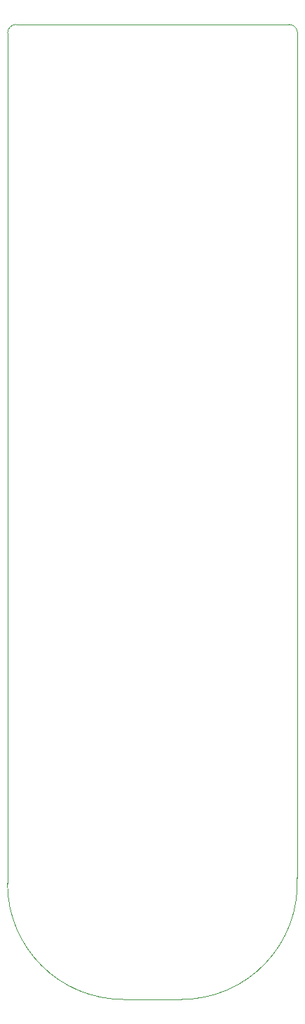
<source format=gm1>
%TF.GenerationSoftware,KiCad,Pcbnew,(5.1.10)-1*%
%TF.CreationDate,2022-05-18T17:56:25+01:00*%
%TF.ProjectId,handifinder,68616e64-6966-4696-9e64-65722e6b6963,rev?*%
%TF.SameCoordinates,Original*%
%TF.FileFunction,Profile,NP*%
%FSLAX46Y46*%
G04 Gerber Fmt 4.6, Leading zero omitted, Abs format (unit mm)*
G04 Created by KiCad (PCBNEW (5.1.10)-1) date 2022-05-18 17:56:25*
%MOMM*%
%LPD*%
G01*
G04 APERTURE LIST*
%TA.AperFunction,Profile*%
%ADD10C,0.050000*%
%TD*%
G04 APERTURE END LIST*
D10*
X164983320Y-146316792D02*
X165020000Y-146315000D01*
X130000000Y-147000000D02*
X130020000Y-146315000D01*
X144000000Y-161000000D02*
X151000000Y-161000000D01*
X164983320Y-146316792D02*
G75*
G02*
X151000000Y-161000000I-13983320J-683208D01*
G01*
X144000000Y-161000000D02*
G75*
G02*
X130000000Y-147000000I0J14000000D01*
G01*
X164020000Y-43315000D02*
G75*
G02*
X165020000Y-44315000I0J-1000000D01*
G01*
X130020000Y-44315000D02*
G75*
G02*
X131020000Y-43315000I1000000J0D01*
G01*
X165020000Y-137315000D02*
X165020000Y-146315000D01*
X130020000Y-44315000D02*
X130020000Y-146315000D01*
X165020000Y-44315000D02*
X165020000Y-137315000D01*
X131020000Y-43315000D02*
X164020000Y-43315000D01*
M02*

</source>
